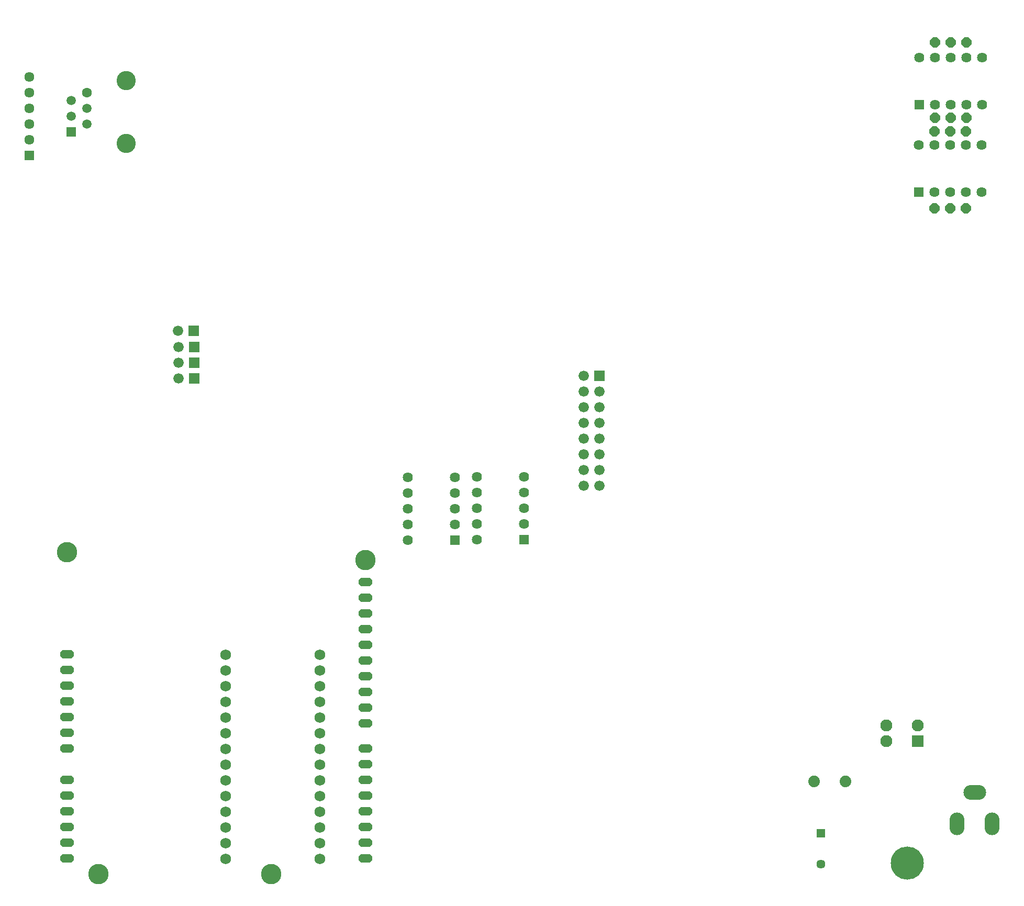
<source format=gbs>
G04*
G04 #@! TF.GenerationSoftware,Altium Limited,Altium Designer,18.0.11 (651)*
G04*
G04 Layer_Color=16711935*
%FSLAX24Y24*%
%MOIN*%
G70*
G01*
G75*
%ADD52P,0.0693X8X112.5*%
%ADD53C,0.0640*%
%ADD54R,0.0640X0.0640*%
%ADD55C,0.0690*%
G04:AMPARAMS|DCode=56|XSize=84mil|YSize=56mil|CornerRadius=0mil|HoleSize=0mil|Usage=FLASHONLY|Rotation=0.000|XOffset=0mil|YOffset=0mil|HoleType=Round|Shape=Octagon|*
%AMOCTAGOND56*
4,1,8,0.0420,-0.0140,0.0420,0.0140,0.0280,0.0280,-0.0280,0.0280,-0.0420,0.0140,-0.0420,-0.0140,-0.0280,-0.0280,0.0280,-0.0280,0.0420,-0.0140,0.0*
%
%ADD56OCTAGOND56*%

%ADD57C,0.1300*%
%ADD58O,0.0631X0.0640*%
%ADD59C,0.1221*%
%ADD60C,0.0631*%
%ADD61C,0.0591*%
%ADD62R,0.0591X0.0591*%
%ADD63R,0.0640X0.0640*%
%ADD64C,0.0740*%
%ADD65C,0.0572*%
%ADD66R,0.0572X0.0572*%
%ADD67C,0.0660*%
%ADD68R,0.0660X0.0660*%
%ADD69R,0.0660X0.0660*%
%ADD70O,0.0940X0.1440*%
%ADD71O,0.1440X0.0940*%
%ADD72C,0.0040*%
%ADD73C,0.2107*%
%ADD74C,0.0768*%
%ADD75R,0.0768X0.0768*%
D52*
X59750Y54260D02*
D03*
X60750D02*
D03*
X61760D02*
D03*
X59750Y49460D02*
D03*
X60750D02*
D03*
X61760D02*
D03*
X59720Y48600D02*
D03*
X60720D02*
D03*
X61730D02*
D03*
X61720Y43720D02*
D03*
X60710D02*
D03*
X59710D02*
D03*
D53*
X62750Y50310D02*
D03*
X61750D02*
D03*
X59750D02*
D03*
X62750Y53310D02*
D03*
X61750D02*
D03*
X59750D02*
D03*
X58750D02*
D03*
X60750Y50310D02*
D03*
Y53310D02*
D03*
X62720Y44750D02*
D03*
X61720D02*
D03*
X59720D02*
D03*
X62720Y47750D02*
D03*
X61720D02*
D03*
X59720D02*
D03*
X58720D02*
D03*
X60720Y44750D02*
D03*
Y47750D02*
D03*
X33600Y26600D02*
D03*
Y25600D02*
D03*
Y23600D02*
D03*
X30600Y26600D02*
D03*
Y25600D02*
D03*
Y23600D02*
D03*
Y22600D02*
D03*
X33600Y24600D02*
D03*
X30600D02*
D03*
X29200Y26574D02*
D03*
Y25574D02*
D03*
Y23574D02*
D03*
X26200Y26574D02*
D03*
Y25574D02*
D03*
Y23574D02*
D03*
Y22574D02*
D03*
X29200Y24574D02*
D03*
X26200D02*
D03*
D54*
X58750Y50310D02*
D03*
X58720Y44750D02*
D03*
X2090Y47090D02*
D03*
D55*
X20580Y2280D02*
D03*
X14580D02*
D03*
Y3280D02*
D03*
Y4280D02*
D03*
Y5280D02*
D03*
Y6280D02*
D03*
Y7280D02*
D03*
Y8280D02*
D03*
Y9280D02*
D03*
Y10280D02*
D03*
Y11280D02*
D03*
Y12280D02*
D03*
Y13280D02*
D03*
Y14280D02*
D03*
Y15280D02*
D03*
X20580Y3280D02*
D03*
Y4280D02*
D03*
Y5280D02*
D03*
Y6280D02*
D03*
Y7280D02*
D03*
Y8280D02*
D03*
Y9280D02*
D03*
Y10280D02*
D03*
Y11280D02*
D03*
Y12280D02*
D03*
Y13280D02*
D03*
Y14280D02*
D03*
Y15280D02*
D03*
D56*
X4500Y15300D02*
D03*
Y7300D02*
D03*
Y6300D02*
D03*
Y5300D02*
D03*
Y4300D02*
D03*
Y2300D02*
D03*
Y3300D02*
D03*
Y14300D02*
D03*
Y13300D02*
D03*
Y9300D02*
D03*
Y10300D02*
D03*
Y11300D02*
D03*
Y12300D02*
D03*
X23500Y9300D02*
D03*
Y8300D02*
D03*
Y7300D02*
D03*
Y6300D02*
D03*
Y2300D02*
D03*
Y3300D02*
D03*
Y4300D02*
D03*
Y5300D02*
D03*
Y13900D02*
D03*
Y12900D02*
D03*
Y11900D02*
D03*
Y10900D02*
D03*
Y14900D02*
D03*
Y15900D02*
D03*
Y16900D02*
D03*
Y17900D02*
D03*
Y18900D02*
D03*
Y19900D02*
D03*
D57*
Y21300D02*
D03*
X17500Y1300D02*
D03*
X6500D02*
D03*
X4500Y21800D02*
D03*
D58*
X2090Y52090D02*
D03*
Y51090D02*
D03*
Y50090D02*
D03*
Y49090D02*
D03*
Y48090D02*
D03*
D59*
X8242Y47842D02*
D03*
Y51842D02*
D03*
D60*
X5742Y51090D02*
D03*
D61*
X4742Y50590D02*
D03*
X5742Y50090D02*
D03*
X4742Y49590D02*
D03*
X5742Y49090D02*
D03*
D62*
X4742Y48590D02*
D03*
D63*
X33600Y22600D02*
D03*
X29200Y22574D02*
D03*
D64*
X54040Y7212D02*
D03*
X52040D02*
D03*
D65*
X52500Y1952D02*
D03*
D66*
X52500Y3920D02*
D03*
D67*
X37387Y26037D02*
D03*
X38387D02*
D03*
X37387Y27037D02*
D03*
X38387D02*
D03*
X37387Y28037D02*
D03*
X38387D02*
D03*
X37387Y29037D02*
D03*
X38387D02*
D03*
X37387Y30037D02*
D03*
X38387D02*
D03*
X37387Y31037D02*
D03*
X38387D02*
D03*
X37387Y32037D02*
D03*
X38387D02*
D03*
X37387Y33037D02*
D03*
X11550Y35900D02*
D03*
X11570Y32870D02*
D03*
Y33870D02*
D03*
Y34870D02*
D03*
D68*
X38387Y33037D02*
D03*
D69*
X12550Y35900D02*
D03*
X12570Y32870D02*
D03*
Y33870D02*
D03*
Y34870D02*
D03*
D70*
X63400Y4500D02*
D03*
X61150D02*
D03*
D71*
X62300Y6500D02*
D03*
D72*
X31000Y10000D02*
D03*
X2000Y1900D02*
D03*
Y37000D02*
D03*
X7400Y55600D02*
D03*
X58000D02*
D03*
X31000D02*
D03*
X58000Y37000D02*
D03*
X31000Y35500D02*
D03*
D73*
X58000Y2000D02*
D03*
D74*
X58649Y10760D02*
D03*
X56649D02*
D03*
Y9760D02*
D03*
D75*
X58649D02*
D03*
M02*

</source>
